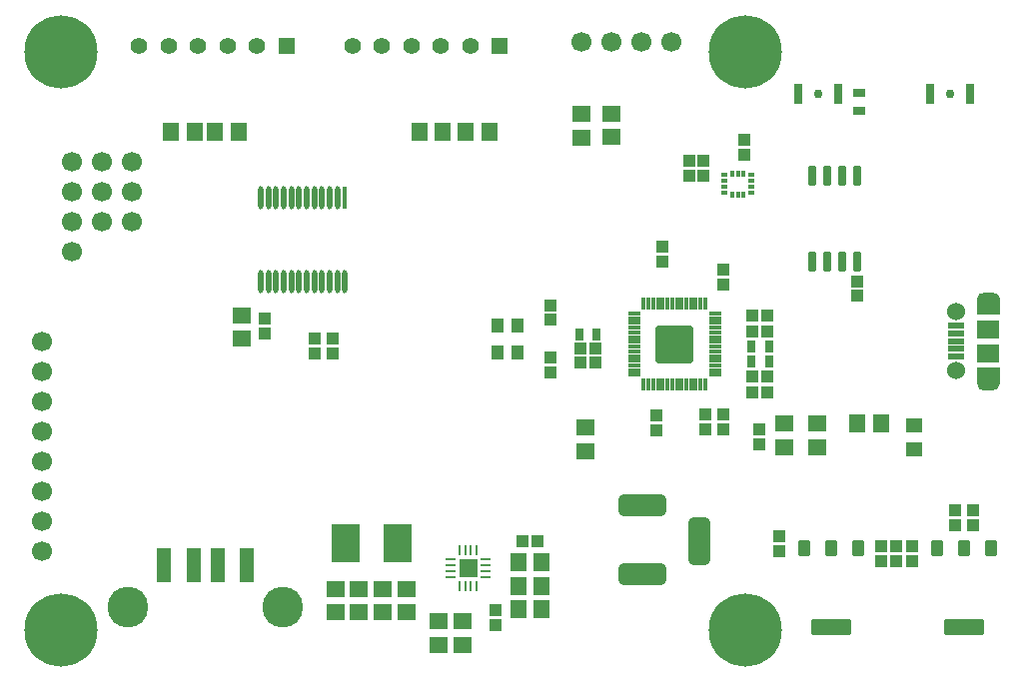
<source format=gts>
G04*
G04 #@! TF.GenerationSoftware,Altium Limited,Altium Designer,22.11.1 (43)*
G04*
G04 Layer_Color=8388736*
%FSLAX25Y25*%
%MOIN*%
G70*
G04*
G04 #@! TF.SameCoordinates,C353F027-9E8A-41FA-9674-E24DC2C26849*
G04*
G04*
G04 #@! TF.FilePolarity,Negative*
G04*
G01*
G75*
%ADD12C,0.01968*%
G04:AMPARAMS|DCode=25|XSize=76.91mil|YSize=17.01mil|CornerRadius=8.51mil|HoleSize=0mil|Usage=FLASHONLY|Rotation=270.000|XOffset=0mil|YOffset=0mil|HoleType=Round|Shape=RoundedRectangle|*
%AMROUNDEDRECTD25*
21,1,0.07691,0.00000,0,0,270.0*
21,1,0.05990,0.01701,0,0,270.0*
1,1,0.01701,0.00000,-0.02995*
1,1,0.01701,0.00000,0.02995*
1,1,0.01701,0.00000,0.02995*
1,1,0.01701,0.00000,-0.02995*
%
%ADD25ROUNDEDRECTD25*%
%ADD26R,0.01701X0.07691*%
%ADD32R,0.04134X0.05118*%
%ADD38R,0.05900X0.05900*%
%ADD39R,0.01000X0.03600*%
%ADD40R,0.03600X0.01000*%
%ADD42R,0.03150X0.06693*%
G04:AMPARAMS|DCode=44|XSize=66.38mil|YSize=25.83mil|CornerRadius=4.35mil|HoleSize=0mil|Usage=FLASHONLY|Rotation=270.000|XOffset=0mil|YOffset=0mil|HoleType=Round|Shape=RoundedRectangle|*
%AMROUNDEDRECTD44*
21,1,0.06638,0.01713,0,0,270.0*
21,1,0.05768,0.02583,0,0,270.0*
1,1,0.00870,-0.00856,-0.02884*
1,1,0.00870,-0.00856,0.02884*
1,1,0.00870,0.00856,0.02884*
1,1,0.00870,0.00856,-0.02884*
%
%ADD44ROUNDEDRECTD44*%
%ADD45R,0.01499X0.02399*%
%ADD46R,0.02399X0.01499*%
%ADD47R,0.04709X0.11638*%
%ADD48R,0.05811X0.06205*%
%ADD49R,0.06205X0.05811*%
%ADD50R,0.04039X0.04039*%
%ADD51R,0.04039X0.04039*%
%ADD52R,0.03055X0.03842*%
G04:AMPARAMS|DCode=53|XSize=125.98mil|YSize=125.98mil|CornerRadius=6.3mil|HoleSize=0mil|Usage=FLASHONLY|Rotation=270.000|XOffset=0mil|YOffset=0mil|HoleType=Round|Shape=RoundedRectangle|*
%AMROUNDEDRECTD53*
21,1,0.12598,0.11339,0,0,270.0*
21,1,0.11339,0.12598,0,0,270.0*
1,1,0.01260,-0.05669,-0.05669*
1,1,0.01260,-0.05669,0.05669*
1,1,0.01260,0.05669,0.05669*
1,1,0.01260,0.05669,-0.05669*
%
%ADD53ROUNDEDRECTD53*%
%ADD54R,0.01181X0.03839*%
%ADD55R,0.03839X0.01181*%
%ADD56R,0.05614X0.01874*%
%ADD57R,0.07780X0.06205*%
G04:AMPARAMS|DCode=58|XSize=54.57mil|YSize=130.55mil|CornerRadius=5.36mil|HoleSize=0mil|Usage=FLASHONLY|Rotation=270.000|XOffset=0mil|YOffset=0mil|HoleType=Round|Shape=RoundedRectangle|*
%AMROUNDEDRECTD58*
21,1,0.05457,0.11982,0,0,270.0*
21,1,0.04384,0.13055,0,0,270.0*
1,1,0.01073,-0.05991,-0.02192*
1,1,0.01073,-0.05991,0.02192*
1,1,0.01073,0.05991,0.02192*
1,1,0.01073,0.05991,-0.02192*
%
%ADD58ROUNDEDRECTD58*%
G04:AMPARAMS|DCode=59|XSize=54.57mil|YSize=39.61mil|CornerRadius=4.24mil|HoleSize=0mil|Usage=FLASHONLY|Rotation=270.000|XOffset=0mil|YOffset=0mil|HoleType=Round|Shape=RoundedRectangle|*
%AMROUNDEDRECTD59*
21,1,0.05457,0.03112,0,0,270.0*
21,1,0.04608,0.03961,0,0,270.0*
1,1,0.00848,-0.01556,-0.02304*
1,1,0.00848,-0.01556,0.02304*
1,1,0.00848,0.01556,0.02304*
1,1,0.00848,0.01556,-0.02304*
%
%ADD59ROUNDEDRECTD59*%
%ADD60R,0.09551X0.12898*%
%ADD61R,0.05417X0.04630*%
%ADD62R,0.03842X0.03055*%
%ADD63R,0.05512X0.05512*%
%ADD64C,0.05512*%
%ADD65C,0.06693*%
%ADD66C,0.13591*%
G04:AMPARAMS|DCode=67|XSize=65.98mil|YSize=50.24mil|CornerRadius=13.31mil|HoleSize=0mil|Usage=FLASHONLY|Rotation=180.000|XOffset=0mil|YOffset=0mil|HoleType=Round|Shape=RoundedRectangle|*
%AMROUNDEDRECTD67*
21,1,0.06598,0.02362,0,0,180.0*
21,1,0.03937,0.05024,0,0,180.0*
1,1,0.02661,-0.01968,0.01181*
1,1,0.02661,0.01968,0.01181*
1,1,0.02661,0.01968,-0.01181*
1,1,0.02661,-0.01968,-0.01181*
%
%ADD67ROUNDEDRECTD67*%
G04:AMPARAMS|DCode=68|XSize=65.98mil|YSize=42.36mil|CornerRadius=11.34mil|HoleSize=0mil|Usage=FLASHONLY|Rotation=180.000|XOffset=0mil|YOffset=0mil|HoleType=Round|Shape=RoundedRectangle|*
%AMROUNDEDRECTD68*
21,1,0.06598,0.01968,0,0,180.0*
21,1,0.04331,0.04236,0,0,180.0*
1,1,0.02268,-0.02165,0.00984*
1,1,0.02268,0.02165,0.00984*
1,1,0.02268,0.02165,-0.00984*
1,1,0.02268,-0.02165,-0.00984*
%
%ADD68ROUNDEDRECTD68*%
G04:AMPARAMS|DCode=69|XSize=160.47mil|YSize=73.86mil|CornerRadius=19.21mil|HoleSize=0mil|Usage=FLASHONLY|Rotation=270.000|XOffset=0mil|YOffset=0mil|HoleType=Round|Shape=RoundedRectangle|*
%AMROUNDEDRECTD69*
21,1,0.16047,0.03543,0,0,270.0*
21,1,0.12205,0.07386,0,0,270.0*
1,1,0.03842,-0.01772,-0.06102*
1,1,0.03842,-0.01772,0.06102*
1,1,0.03842,0.01772,0.06102*
1,1,0.03842,0.01772,-0.06102*
%
%ADD69ROUNDEDRECTD69*%
G04:AMPARAMS|DCode=70|XSize=160.47mil|YSize=73.86mil|CornerRadius=19.21mil|HoleSize=0mil|Usage=FLASHONLY|Rotation=180.000|XOffset=0mil|YOffset=0mil|HoleType=Round|Shape=RoundedRectangle|*
%AMROUNDEDRECTD70*
21,1,0.16047,0.03543,0,0,180.0*
21,1,0.12205,0.07386,0,0,180.0*
1,1,0.03842,-0.06102,0.01772*
1,1,0.03842,0.06102,0.01772*
1,1,0.03842,0.06102,-0.01772*
1,1,0.03842,-0.06102,-0.01772*
%
%ADD70ROUNDEDRECTD70*%
%ADD71C,0.06008*%
%ADD72C,0.24410*%
%ADD73C,0.02953*%
G36*
X159675Y-8908D02*
X159703Y-8916D01*
X159729Y-8930D01*
X159752Y-8949D01*
X159771Y-8972D01*
X159785Y-8998D01*
X159793Y-9026D01*
X159796Y-9055D01*
Y-14173D01*
X159793Y-14202D01*
X159785Y-14231D01*
X159771Y-14257D01*
X159752Y-14279D01*
X159729Y-14298D01*
X159703Y-14312D01*
X159675Y-14321D01*
X159646Y-14324D01*
X157828D01*
Y-16142D01*
X157825Y-16171D01*
X157816Y-16199D01*
X157802Y-16225D01*
X157784Y-16248D01*
X157761Y-16267D01*
X157735Y-16281D01*
X157707Y-16289D01*
X157677Y-16292D01*
X154134Y-16292D01*
X154104Y-16289D01*
X154076Y-16281D01*
X154050Y-16267D01*
X154028Y-16248D01*
X154009Y-16225D01*
X153995Y-16199D01*
X153986Y-16171D01*
X153983Y-16142D01*
Y-14324D01*
X152165D01*
X152136Y-14321D01*
X152108Y-14312D01*
X152082Y-14298D01*
X152059Y-14279D01*
X152040Y-14257D01*
X152026Y-14231D01*
X152018Y-14202D01*
X152015Y-14173D01*
Y-9055D01*
X152018Y-9026D01*
X152026Y-8998D01*
X152040Y-8972D01*
X152059Y-8949D01*
X152082Y-8930D01*
X152108Y-8916D01*
X152136Y-8908D01*
X152165Y-8905D01*
X159646D01*
X159675Y-8908D01*
D02*
G37*
G36*
X157706Y16289D02*
X157735Y16281D01*
X157761Y16267D01*
X157783Y16248D01*
X157802Y16225D01*
X157816Y16199D01*
X157825Y16171D01*
X157827Y16142D01*
Y14324D01*
X159646D01*
X159675Y14321D01*
X159703Y14312D01*
X159729Y14298D01*
X159752Y14279D01*
X159771Y14257D01*
X159785Y14231D01*
X159793Y14203D01*
X159796Y14173D01*
Y9055D01*
X159793Y9026D01*
X159785Y8998D01*
X159771Y8972D01*
X159752Y8949D01*
X159729Y8930D01*
X159703Y8916D01*
X159675Y8908D01*
X159646Y8905D01*
X152165D01*
X152136Y8908D01*
X152108Y8916D01*
X152082Y8930D01*
X152059Y8949D01*
X152040Y8972D01*
X152026Y8998D01*
X152018Y9026D01*
X152015Y9055D01*
Y14173D01*
X152018Y14203D01*
X152026Y14231D01*
X152040Y14257D01*
X152059Y14279D01*
X152082Y14298D01*
X152108Y14312D01*
X152136Y14321D01*
X152165Y14324D01*
X153983D01*
Y16142D01*
X153986Y16171D01*
X153995Y16199D01*
X154009Y16225D01*
X154027Y16248D01*
X154050Y16267D01*
X154076Y16281D01*
X154104Y16289D01*
X154134Y16292D01*
X157677Y16292D01*
X157706Y16289D01*
D02*
G37*
D12*
X158661Y-14173D02*
X158169Y-13321D01*
X157185D01*
X156693Y-14173D01*
X157185Y-15026D01*
X158169D01*
X158661Y-14173D01*
X155118D02*
X154626Y-13321D01*
X153642D01*
X153150Y-14173D01*
X153642Y-15026D01*
X154626D01*
X155118Y-14173D01*
X158661Y14173D02*
X158169Y15026D01*
X157185D01*
X156693Y14173D01*
X157185Y13321D01*
X158169D01*
X158661Y14173D01*
X155118D02*
X154626Y15026D01*
X153642D01*
X153150Y14173D01*
X153642Y13321D01*
X154626D01*
X155118Y14173D01*
D25*
X-58760Y19979D02*
D03*
X-61319D02*
D03*
X-63878D02*
D03*
X-66437D02*
D03*
X-68996D02*
D03*
X-71555D02*
D03*
X-74114D02*
D03*
X-76673D02*
D03*
X-79232D02*
D03*
X-81791D02*
D03*
X-84350D02*
D03*
X-86910D02*
D03*
Y47737D02*
D03*
X-84350D02*
D03*
X-81791D02*
D03*
X-79232D02*
D03*
X-76673D02*
D03*
X-74114D02*
D03*
X-71555D02*
D03*
X-68996D02*
D03*
X-66437D02*
D03*
X-63878D02*
D03*
X-61319D02*
D03*
D26*
X-58760D02*
D03*
D32*
X-1092Y5340D02*
D03*
X-7982Y-3715D02*
D03*
Y5340D02*
D03*
X-1092Y-3715D02*
D03*
D38*
X-17716Y-75793D02*
D03*
D39*
X-20670Y-69893D02*
D03*
X-18701D02*
D03*
X-16732D02*
D03*
X-14763D02*
D03*
Y-81693D02*
D03*
X-16732D02*
D03*
X-18701D02*
D03*
X-20670D02*
D03*
D40*
X-11816Y-72839D02*
D03*
Y-74808D02*
D03*
Y-76777D02*
D03*
Y-78746D02*
D03*
X-23616D02*
D03*
Y-76777D02*
D03*
Y-74808D02*
D03*
Y-72839D02*
D03*
D42*
X136307Y82677D02*
D03*
X149693D02*
D03*
X105893D02*
D03*
X92507D02*
D03*
D44*
X112200Y26707D02*
D03*
X107200D02*
D03*
X102200D02*
D03*
X97200D02*
D03*
Y55093D02*
D03*
X102200D02*
D03*
X107200D02*
D03*
X112200D02*
D03*
D45*
X74269Y49000D02*
D03*
X72300D02*
D03*
X70332D02*
D03*
Y56000D02*
D03*
X72300D02*
D03*
X74269D02*
D03*
D46*
X67850Y49547D02*
D03*
Y51516D02*
D03*
Y53484D02*
D03*
Y55453D02*
D03*
X76750D02*
D03*
Y53484D02*
D03*
Y51516D02*
D03*
Y49547D02*
D03*
D47*
X-119079Y-74805D02*
D03*
X-109237D02*
D03*
X-101363D02*
D03*
X-91521D02*
D03*
D48*
X-116874Y69900D02*
D03*
X-109000D02*
D03*
X-94226Y70000D02*
D03*
X-102100D02*
D03*
X-18500D02*
D03*
X-10626D02*
D03*
X-26100D02*
D03*
X-33974D02*
D03*
X112205Y-27559D02*
D03*
X120079D02*
D03*
X-984Y-73819D02*
D03*
X6890D02*
D03*
X-984Y-89567D02*
D03*
X6890D02*
D03*
X-984Y-81693D02*
D03*
X6890D02*
D03*
D49*
X20000Y68063D02*
D03*
Y75937D02*
D03*
X30000Y68126D02*
D03*
Y76000D02*
D03*
X87795Y-35433D02*
D03*
X21400Y-28863D02*
D03*
Y-36737D02*
D03*
X-38189Y-82677D02*
D03*
Y-90551D02*
D03*
X-46260Y-82677D02*
D03*
Y-90551D02*
D03*
X87795Y-27559D02*
D03*
X-93307Y8661D02*
D03*
Y787D02*
D03*
X98819Y-27559D02*
D03*
Y-35433D02*
D03*
X-19685Y-101378D02*
D03*
Y-93504D02*
D03*
X-27559Y-101378D02*
D03*
Y-93504D02*
D03*
X-54134Y-90551D02*
D03*
Y-82677D02*
D03*
X-62008Y-90551D02*
D03*
Y-82677D02*
D03*
D50*
X-85433Y2657D02*
D03*
Y7579D02*
D03*
X112200Y15139D02*
D03*
Y20061D02*
D03*
X9636Y12033D02*
D03*
Y7112D02*
D03*
Y-10309D02*
D03*
Y-5388D02*
D03*
X67317Y-29447D02*
D03*
Y-24525D02*
D03*
X45269Y-29742D02*
D03*
Y-24821D02*
D03*
X67400Y23861D02*
D03*
Y18939D02*
D03*
X61411Y-29447D02*
D03*
Y-24525D02*
D03*
X47200Y26539D02*
D03*
Y31461D02*
D03*
X130315Y-73425D02*
D03*
Y-68504D02*
D03*
X86100Y-65039D02*
D03*
Y-69961D02*
D03*
X120079Y-73425D02*
D03*
Y-68504D02*
D03*
X125197Y-73425D02*
D03*
Y-68504D02*
D03*
X150654Y-56368D02*
D03*
Y-61290D02*
D03*
X144749Y-56368D02*
D03*
Y-61290D02*
D03*
X74300Y62339D02*
D03*
Y67261D02*
D03*
X79528Y-34350D02*
D03*
Y-29429D02*
D03*
X-68898Y787D02*
D03*
Y-4134D02*
D03*
X-62992Y787D02*
D03*
Y-4134D02*
D03*
X-8600Y-94761D02*
D03*
Y-89839D02*
D03*
D51*
X77159Y-11631D02*
D03*
X82080D02*
D03*
X81982Y8447D02*
D03*
X77061D02*
D03*
Y3329D02*
D03*
X81982D02*
D03*
X19774Y-2337D02*
D03*
X24695D02*
D03*
X19774Y-7061D02*
D03*
X24695D02*
D03*
X77061Y-17143D02*
D03*
X81982D02*
D03*
X5413Y-66929D02*
D03*
X492D02*
D03*
X60921Y55300D02*
D03*
X56000D02*
D03*
X60921Y60400D02*
D03*
X56000D02*
D03*
D52*
X76765Y-6907D02*
D03*
X82671D02*
D03*
X76765Y-1887D02*
D03*
X82671D02*
D03*
X25187Y2387D02*
D03*
X19282D02*
D03*
D53*
X51175Y-1002D02*
D03*
D54*
X61411Y12532D02*
D03*
X59836D02*
D03*
X58261D02*
D03*
X56687D02*
D03*
X55112D02*
D03*
X53537D02*
D03*
X51962D02*
D03*
X50387D02*
D03*
X48813D02*
D03*
X47238D02*
D03*
X45663D02*
D03*
X44088D02*
D03*
X42513D02*
D03*
X40939D02*
D03*
Y-14535D02*
D03*
X42513D02*
D03*
X44088D02*
D03*
X45663D02*
D03*
X47238D02*
D03*
X48813D02*
D03*
X50387D02*
D03*
X51962D02*
D03*
X53537D02*
D03*
X55112D02*
D03*
X56687D02*
D03*
X58261D02*
D03*
X59836D02*
D03*
X61411D02*
D03*
D55*
X37641Y9235D02*
D03*
Y7660D02*
D03*
Y6085D02*
D03*
Y4510D02*
D03*
Y2935D02*
D03*
Y1361D02*
D03*
Y-214D02*
D03*
Y-1789D02*
D03*
Y-3364D02*
D03*
Y-4939D02*
D03*
Y-6513D02*
D03*
Y-8088D02*
D03*
Y-9663D02*
D03*
Y-11238D02*
D03*
X64708D02*
D03*
Y-9663D02*
D03*
Y-8088D02*
D03*
Y-6513D02*
D03*
Y-4939D02*
D03*
Y-3364D02*
D03*
Y-1789D02*
D03*
Y-214D02*
D03*
Y1361D02*
D03*
Y2935D02*
D03*
Y4510D02*
D03*
Y6085D02*
D03*
Y7660D02*
D03*
Y9235D02*
D03*
D56*
X145276Y0D02*
D03*
Y-2559D02*
D03*
Y-5118D02*
D03*
Y2559D02*
D03*
Y5118D02*
D03*
D57*
X155905Y-3937D02*
D03*
Y3937D02*
D03*
D58*
X103347Y-95453D02*
D03*
X147638D02*
D03*
D59*
X94331Y-69114D02*
D03*
X103347D02*
D03*
X112362D02*
D03*
X138622D02*
D03*
X147638D02*
D03*
X156653D02*
D03*
D60*
X-41339Y-67323D02*
D03*
X-58661D02*
D03*
D61*
X131102Y-36220D02*
D03*
Y-27953D02*
D03*
D62*
X112700Y77047D02*
D03*
Y82953D02*
D03*
D63*
X-78347Y98425D02*
D03*
X-7087D02*
D03*
D64*
X-88189D02*
D03*
X-98032D02*
D03*
X-107874D02*
D03*
X-117717D02*
D03*
X-127559D02*
D03*
X-16929D02*
D03*
X-26772D02*
D03*
X-36614D02*
D03*
X-46457D02*
D03*
X-56299D02*
D03*
D65*
X-160000Y-70000D02*
D03*
Y-60000D02*
D03*
Y-30000D02*
D03*
Y-10000D02*
D03*
Y0D02*
D03*
Y-20000D02*
D03*
X-130000Y60000D02*
D03*
Y50000D02*
D03*
Y40000D02*
D03*
X-140000Y60000D02*
D03*
Y50000D02*
D03*
Y40000D02*
D03*
X-150000Y50000D02*
D03*
Y40000D02*
D03*
Y30000D02*
D03*
Y60000D02*
D03*
X50000Y100000D02*
D03*
X20000D02*
D03*
X30000D02*
D03*
X40000D02*
D03*
X-160000Y-40000D02*
D03*
Y-50000D02*
D03*
D66*
X-131166Y-88900D02*
D03*
X-79434D02*
D03*
D67*
X155905Y-13780D02*
D03*
D68*
Y13780D02*
D03*
D69*
X59298Y-66711D02*
D03*
D70*
X40400Y-77735D02*
D03*
Y-54900D02*
D03*
D71*
X145276Y9843D02*
D03*
Y-9843D02*
D03*
D72*
X74803Y-96457D02*
D03*
X-153543D02*
D03*
X74803Y96457D02*
D03*
X-153543D02*
D03*
D73*
X143000Y82677D02*
D03*
X99200D02*
D03*
M02*

</source>
